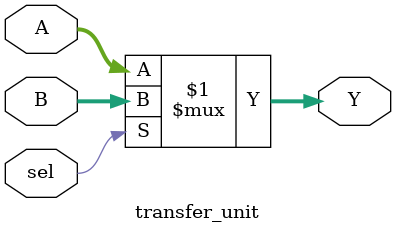
<source format=v>
module transfer_unit (
    input wire [31:0] A,
    input wire [31:0] B,
    input wire sel,
    output wire [31:0] Y

);

assign Y = sel ? B : A;
    
endmodule
</source>
